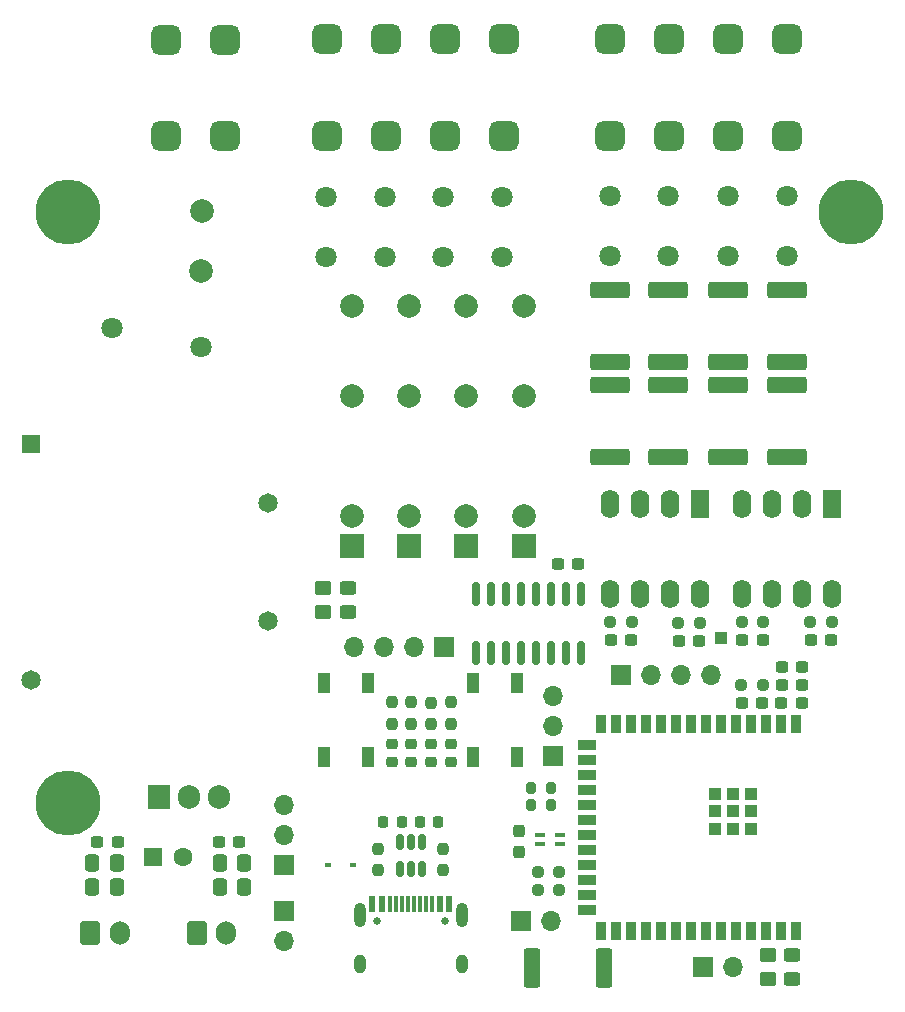
<source format=gts>
G04 #@! TF.GenerationSoftware,KiCad,Pcbnew,(6.0.10)*
G04 #@! TF.CreationDate,2023-02-01T21:52:19+01:00*
G04 #@! TF.ProjectId,hamodule,68616d6f-6475-46c6-952e-6b696361645f,V.20230201.22*
G04 #@! TF.SameCoordinates,Original*
G04 #@! TF.FileFunction,Soldermask,Top*
G04 #@! TF.FilePolarity,Negative*
%FSLAX46Y46*%
G04 Gerber Fmt 4.6, Leading zero omitted, Abs format (unit mm)*
G04 Created by KiCad (PCBNEW (6.0.10)) date 2023-02-01 21:52:19*
%MOMM*%
%LPD*%
G01*
G04 APERTURE LIST*
G04 Aperture macros list*
%AMRoundRect*
0 Rectangle with rounded corners*
0 $1 Rounding radius*
0 $2 $3 $4 $5 $6 $7 $8 $9 X,Y pos of 4 corners*
0 Add a 4 corners polygon primitive as box body*
4,1,4,$2,$3,$4,$5,$6,$7,$8,$9,$2,$3,0*
0 Add four circle primitives for the rounded corners*
1,1,$1+$1,$2,$3*
1,1,$1+$1,$4,$5*
1,1,$1+$1,$6,$7*
1,1,$1+$1,$8,$9*
0 Add four rect primitives between the rounded corners*
20,1,$1+$1,$2,$3,$4,$5,0*
20,1,$1+$1,$4,$5,$6,$7,0*
20,1,$1+$1,$6,$7,$8,$9,0*
20,1,$1+$1,$8,$9,$2,$3,0*%
G04 Aperture macros list end*
%ADD10R,1.000000X1.000000*%
%ADD11R,1.700000X1.700000*%
%ADD12O,1.700000X1.700000*%
%ADD13RoundRect,0.249999X-1.425001X0.450001X-1.425001X-0.450001X1.425001X-0.450001X1.425001X0.450001X0*%
%ADD14C,1.800000*%
%ADD15RoundRect,0.250000X-0.450000X0.325000X-0.450000X-0.325000X0.450000X-0.325000X0.450000X0.325000X0*%
%ADD16RoundRect,0.250000X-0.450000X0.350000X-0.450000X-0.350000X0.450000X-0.350000X0.450000X0.350000X0*%
%ADD17RoundRect,0.250000X-0.600000X-0.750000X0.600000X-0.750000X0.600000X0.750000X-0.600000X0.750000X0*%
%ADD18O,1.700000X2.000000*%
%ADD19RoundRect,0.237500X0.300000X0.237500X-0.300000X0.237500X-0.300000X-0.237500X0.300000X-0.237500X0*%
%ADD20RoundRect,0.250000X-0.337500X-0.475000X0.337500X-0.475000X0.337500X0.475000X-0.337500X0.475000X0*%
%ADD21R,1.650000X1.650000*%
%ADD22C,1.650000*%
%ADD23R,1.905000X2.000000*%
%ADD24O,1.905000X2.000000*%
%ADD25RoundRect,0.625000X0.625000X0.625000X-0.625000X0.625000X-0.625000X-0.625000X0.625000X-0.625000X0*%
%ADD26C,2.000000*%
%ADD27C,5.500000*%
%ADD28RoundRect,0.150000X0.150000X-0.825000X0.150000X0.825000X-0.150000X0.825000X-0.150000X-0.825000X0*%
%ADD29R,1.600000X2.400000*%
%ADD30O,1.600000X2.400000*%
%ADD31RoundRect,0.237500X-0.250000X-0.237500X0.250000X-0.237500X0.250000X0.237500X-0.250000X0.237500X0*%
%ADD32RoundRect,0.237500X-0.300000X-0.237500X0.300000X-0.237500X0.300000X0.237500X-0.300000X0.237500X0*%
%ADD33R,1.100000X1.800000*%
%ADD34RoundRect,0.237500X-0.237500X0.300000X-0.237500X-0.300000X0.237500X-0.300000X0.237500X0.300000X0*%
%ADD35RoundRect,0.237500X0.237500X-0.250000X0.237500X0.250000X-0.237500X0.250000X-0.237500X-0.250000X0*%
%ADD36RoundRect,0.225000X0.225000X0.250000X-0.225000X0.250000X-0.225000X-0.250000X0.225000X-0.250000X0*%
%ADD37RoundRect,0.200000X0.200000X0.275000X-0.200000X0.275000X-0.200000X-0.275000X0.200000X-0.275000X0*%
%ADD38R,0.900000X1.500000*%
%ADD39R,1.500000X0.900000*%
%ADD40RoundRect,0.218750X0.256250X-0.218750X0.256250X0.218750X-0.256250X0.218750X-0.256250X-0.218750X0*%
%ADD41R,0.600000X0.450000*%
%ADD42RoundRect,0.250000X0.337500X0.475000X-0.337500X0.475000X-0.337500X-0.475000X0.337500X-0.475000X0*%
%ADD43C,0.650000*%
%ADD44R,0.600000X1.450000*%
%ADD45R,0.300000X1.450000*%
%ADD46O,1.000000X2.100000*%
%ADD47O,1.000000X1.600000*%
%ADD48R,2.000000X2.000000*%
%ADD49RoundRect,0.249999X-0.450001X-1.425001X0.450001X-1.425001X0.450001X1.425001X-0.450001X1.425001X0*%
%ADD50R,0.820000X0.304800*%
%ADD51R,0.820000X0.308800*%
%ADD52RoundRect,0.150000X0.150000X-0.512500X0.150000X0.512500X-0.150000X0.512500X-0.150000X-0.512500X0*%
%ADD53RoundRect,0.225000X-0.225000X-0.250000X0.225000X-0.250000X0.225000X0.250000X-0.225000X0.250000X0*%
%ADD54R,1.600000X1.600000*%
%ADD55C,1.600000*%
%ADD56RoundRect,0.250000X0.450000X-0.350000X0.450000X0.350000X-0.450000X0.350000X-0.450000X-0.350000X0*%
G04 APERTURE END LIST*
D10*
X93218000Y-85217000D03*
D11*
X56261500Y-108343700D03*
D12*
X56261500Y-110883700D03*
D13*
X83820500Y-55791100D03*
X83820500Y-61891100D03*
X88773500Y-55791100D03*
X88773500Y-61891100D03*
D14*
X41703800Y-59011450D03*
X49203800Y-60644780D03*
D13*
X88773500Y-63842900D03*
X88773500Y-69942900D03*
X83820500Y-63842900D03*
X83820500Y-69942900D03*
D15*
X61659000Y-81008000D03*
X61659000Y-83058000D03*
D16*
X59576200Y-81026000D03*
X59576200Y-83026000D03*
D17*
X48832000Y-110219000D03*
D18*
X51332000Y-110219000D03*
D19*
X42137500Y-102489000D03*
X40412500Y-102489000D03*
D20*
X50778500Y-106299000D03*
X52853500Y-106299000D03*
D19*
X81126500Y-78994000D03*
X79401500Y-78994000D03*
D21*
X34839100Y-68805000D03*
D22*
X34839100Y-88805000D03*
X54839100Y-83805000D03*
X54839100Y-73805000D03*
D23*
X45657000Y-98679000D03*
D24*
X48197000Y-98679000D03*
X50737000Y-98679000D03*
D25*
X74849500Y-42758500D03*
X74849500Y-34558501D03*
X69849500Y-42758500D03*
X69849500Y-34558501D03*
X64849500Y-42758500D03*
X64849500Y-34558501D03*
X59849500Y-42758500D03*
X59849500Y-34558501D03*
X51203100Y-42782099D03*
X51203100Y-34582100D03*
X46203100Y-42782099D03*
X46203100Y-34582100D03*
X98809500Y-42718499D03*
X98809500Y-34518500D03*
X93809500Y-42718499D03*
X93809500Y-34518500D03*
X88809500Y-42718499D03*
X88809500Y-34518500D03*
X83809500Y-42718499D03*
X83809500Y-34518500D03*
D26*
X49249500Y-49088500D03*
X49239500Y-54168500D03*
D27*
X104267500Y-49212500D03*
X37973500Y-49212500D03*
D28*
X72454000Y-86484000D03*
X73724000Y-86484000D03*
X74994000Y-86484000D03*
X76264000Y-86484000D03*
X77534000Y-86484000D03*
X78804000Y-86484000D03*
X80074000Y-86484000D03*
X81344000Y-86484000D03*
X81344000Y-81534000D03*
X80074000Y-81534000D03*
X78804000Y-81534000D03*
X77534000Y-81534000D03*
X76264000Y-81534000D03*
X74994000Y-81534000D03*
X73724000Y-81534000D03*
X72454000Y-81534000D03*
D13*
X98831900Y-63842900D03*
X98831900Y-69942900D03*
X93802700Y-55791100D03*
X93802700Y-61891100D03*
X98831900Y-55791100D03*
X98831900Y-61891100D03*
D29*
X91454274Y-73923320D03*
D30*
X88914274Y-73923320D03*
X86374274Y-73923320D03*
X83834274Y-73923320D03*
X83834274Y-81543320D03*
X86374274Y-81543320D03*
X88914274Y-81543320D03*
X91454274Y-81543320D03*
D29*
X102630274Y-73923320D03*
D30*
X100090274Y-73923320D03*
X97550274Y-73923320D03*
X95010274Y-73923320D03*
X95010274Y-81543320D03*
X97550274Y-81543320D03*
X100090274Y-81543320D03*
X102630274Y-81543320D03*
D13*
X93802700Y-63842900D03*
X93802700Y-69942900D03*
D31*
X94959000Y-89217500D03*
X96784000Y-89217500D03*
D32*
X98362000Y-87677000D03*
X100087000Y-87677000D03*
D19*
X96721500Y-90741500D03*
X94996500Y-90741500D03*
D17*
X39835000Y-110219000D03*
D18*
X42335000Y-110219000D03*
D33*
X75955000Y-89102000D03*
X75955000Y-95302000D03*
X72255000Y-95302000D03*
X72255000Y-89102000D03*
X59643400Y-89102000D03*
X59643400Y-95302000D03*
X63343400Y-95302000D03*
X63343400Y-89102000D03*
D11*
X84783000Y-88341600D03*
D12*
X87323000Y-88341600D03*
X89863000Y-88341600D03*
X92403000Y-88341600D03*
D11*
X91720000Y-113080000D03*
D12*
X94260000Y-113080000D03*
D32*
X98351500Y-90741500D03*
X100076500Y-90741500D03*
D34*
X76156500Y-101624200D03*
X76156500Y-103349200D03*
D35*
X69690000Y-104912500D03*
X69690000Y-103087500D03*
D36*
X66205000Y-100820000D03*
X64655000Y-100820000D03*
D31*
X94987600Y-83896200D03*
X96812600Y-83896200D03*
D11*
X79000000Y-95200000D03*
D12*
X79000000Y-92660000D03*
X79000000Y-90120000D03*
D14*
X88773500Y-52895500D03*
X88773500Y-47815500D03*
D35*
X68707000Y-92552800D03*
X68707000Y-90727800D03*
X70358000Y-92528500D03*
X70358000Y-90703500D03*
D31*
X83860500Y-83896200D03*
X85685500Y-83896200D03*
D37*
X78825000Y-97910000D03*
X77175000Y-97910000D03*
X78825000Y-99385000D03*
X77175000Y-99385000D03*
D38*
X99610000Y-92550000D03*
X98340000Y-92550000D03*
X97070000Y-92550000D03*
X95800000Y-92550000D03*
X94530000Y-92550000D03*
X93260000Y-92550000D03*
X91990000Y-92550000D03*
X90720000Y-92550000D03*
X89450000Y-92550000D03*
X88180000Y-92550000D03*
X86910000Y-92550000D03*
X85640000Y-92550000D03*
X84370000Y-92550000D03*
X83100000Y-92550000D03*
D39*
X81850000Y-94315000D03*
X81850000Y-95585000D03*
X81850000Y-96855000D03*
X81850000Y-98125000D03*
X81850000Y-99395000D03*
X81850000Y-100665000D03*
X81850000Y-101935000D03*
X81850000Y-103205000D03*
X81850000Y-104475000D03*
X81850000Y-105745000D03*
X81850000Y-107015000D03*
X81850000Y-108285000D03*
D38*
X83100000Y-110050000D03*
X84370000Y-110050000D03*
X85640000Y-110050000D03*
X86910000Y-110050000D03*
X88180000Y-110050000D03*
X89450000Y-110050000D03*
X90720000Y-110050000D03*
X91990000Y-110050000D03*
X93260000Y-110050000D03*
X94530000Y-110050000D03*
X95800000Y-110050000D03*
X97070000Y-110050000D03*
X98340000Y-110050000D03*
X99610000Y-110050000D03*
D10*
X92760000Y-98440000D03*
X95760000Y-99940000D03*
X95760000Y-98440000D03*
X92760000Y-99940000D03*
X95760000Y-101440000D03*
X94260000Y-101440000D03*
X92760000Y-101440000D03*
X94260000Y-99940000D03*
X94260000Y-98440000D03*
D40*
X68707000Y-95783500D03*
X68707000Y-94208500D03*
D14*
X98831900Y-52895500D03*
X98831900Y-47815500D03*
D11*
X76325000Y-109200000D03*
D12*
X78865000Y-109200000D03*
D15*
X99210000Y-112065000D03*
X99210000Y-114115000D03*
D41*
X60000000Y-104500000D03*
X62100000Y-104500000D03*
D14*
X74690000Y-52959000D03*
X74690000Y-47879000D03*
D42*
X42058500Y-104267000D03*
X39983500Y-104267000D03*
D43*
X69866000Y-109205900D03*
X64086000Y-109205900D03*
D44*
X63726000Y-107760900D03*
X64526000Y-107760900D03*
D45*
X65726000Y-107760900D03*
X66726000Y-107760900D03*
X67226000Y-107760900D03*
X68226000Y-107760900D03*
D44*
X69426000Y-107760900D03*
X70226000Y-107760900D03*
X70226000Y-107760900D03*
X69426000Y-107760900D03*
D45*
X68726000Y-107760900D03*
X67726000Y-107760900D03*
X66226000Y-107760900D03*
X65226000Y-107760900D03*
D44*
X64526000Y-107760900D03*
X63726000Y-107760900D03*
D46*
X71296000Y-108675900D03*
D47*
X62656000Y-112855900D03*
D46*
X62656000Y-108675900D03*
D47*
X71296000Y-112855900D03*
D31*
X100778800Y-83896200D03*
X102603800Y-83896200D03*
D11*
X56261500Y-104470200D03*
D12*
X56261500Y-101930200D03*
X56261500Y-99390200D03*
D32*
X95034600Y-85420200D03*
X96759600Y-85420200D03*
D40*
X65379600Y-95783500D03*
X65379600Y-94208500D03*
D32*
X89652000Y-85521800D03*
X91377000Y-85521800D03*
X50699500Y-102489000D03*
X52424500Y-102489000D03*
D14*
X93802700Y-52895500D03*
X93802700Y-47815500D03*
D35*
X65379600Y-92528400D03*
X65379600Y-90703400D03*
D19*
X102550800Y-85420200D03*
X100825800Y-85420200D03*
D35*
X67005200Y-92530300D03*
X67005200Y-90705300D03*
D48*
X61976000Y-77470000D03*
D26*
X61976000Y-74930000D03*
X61976000Y-64770000D03*
X61976000Y-57150000D03*
D48*
X66802000Y-77470000D03*
D26*
X66802000Y-74930000D03*
X66802000Y-64770000D03*
X66802000Y-57150000D03*
D14*
X64770000Y-52959000D03*
X64770000Y-47879000D03*
D48*
X76581000Y-77470000D03*
D26*
X76581000Y-74930000D03*
X76581000Y-64770000D03*
X76581000Y-57150000D03*
D49*
X77250000Y-113200000D03*
X83350000Y-113200000D03*
D50*
X79620000Y-102700000D03*
D51*
X79620000Y-101889200D03*
X77900000Y-101889200D03*
D50*
X77900000Y-102700000D03*
D52*
X66030000Y-104797500D03*
X66980000Y-104797500D03*
X67930000Y-104797500D03*
X67930000Y-102522500D03*
X66980000Y-102522500D03*
X66030000Y-102522500D03*
D48*
X71628000Y-77470000D03*
D26*
X71628000Y-74930000D03*
X71628000Y-64770000D03*
X71628000Y-57150000D03*
D53*
X67745000Y-100820000D03*
X69295000Y-100820000D03*
D31*
X77729100Y-105042600D03*
X79554100Y-105042600D03*
D42*
X42058500Y-106299000D03*
X39983500Y-106299000D03*
D54*
X45149000Y-103759000D03*
D55*
X47649000Y-103759000D03*
D14*
X83795100Y-52895500D03*
X83795100Y-47815500D03*
D40*
X70358000Y-95783500D03*
X70358000Y-94208500D03*
D32*
X98362000Y-89217500D03*
X100087000Y-89217500D03*
D20*
X50778500Y-104267000D03*
X52853500Y-104267000D03*
D31*
X89600900Y-83947000D03*
X91425900Y-83947000D03*
X77729100Y-106566600D03*
X79554100Y-106566600D03*
D14*
X59817000Y-52959000D03*
X59817000Y-47879000D03*
D56*
X97220000Y-114090000D03*
X97220000Y-112090000D03*
D35*
X64210000Y-104912500D03*
X64210000Y-103087500D03*
D11*
X69787000Y-85979000D03*
D12*
X67247000Y-85979000D03*
X64707000Y-85979000D03*
X62167000Y-85979000D03*
D27*
X37973500Y-99212500D03*
D32*
X83909400Y-85420200D03*
X85634400Y-85420200D03*
D14*
X69690000Y-52959000D03*
X69690000Y-47879000D03*
D40*
X67005200Y-95783500D03*
X67005200Y-94208500D03*
M02*

</source>
